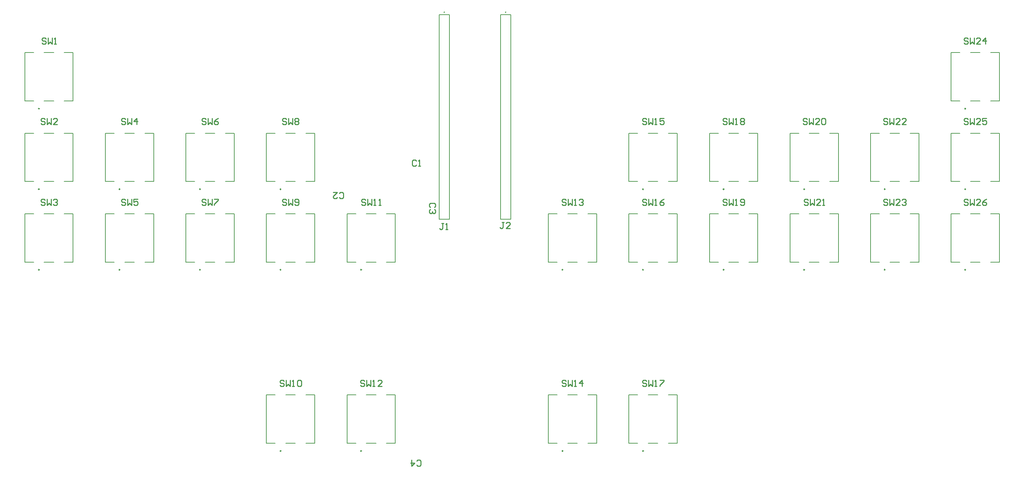
<source format=gbr>
G04*
G04 #@! TF.GenerationSoftware,Altium Limited,Altium Designer,23.10.1 (27)*
G04*
G04 Layer_Color=65535*
%FSLAX44Y44*%
%MOMM*%
G71*
G04*
G04 #@! TF.SameCoordinates,93BA021C-4F65-4C52-B2D2-680D5BDB3C73*
G04*
G04*
G04 #@! TF.FilePolarity,Positive*
G04*
G01*
G75*
%ADD10C,0.2500*%
%ADD11C,0.2000*%
%ADD12C,0.2540*%
D10*
X776250Y720999D02*
G03*
X776250Y720999I-1250J0D01*
G01*
X376250Y520999D02*
G03*
X376250Y520999I-1250J0D01*
G01*
X2476250Y521000D02*
G03*
X2476250Y521000I-1250J0D01*
G01*
X2276250Y721000D02*
G03*
X2276250Y721000I-1250J0D01*
G01*
X2476250D02*
G03*
X2476250Y721000I-1250J0D01*
G01*
Y921000D02*
G03*
X2476250Y921000I-1250J0D01*
G01*
X1876250Y721000D02*
G03*
X1876250Y721000I-1250J0D01*
G01*
X2076250D02*
G03*
X2076250Y721000I-1250J0D01*
G01*
X2276250Y521000D02*
G03*
X2276250Y521000I-1250J0D01*
G01*
X1676250Y721000D02*
G03*
X1676250Y721000I-1250J0D01*
G01*
X1476250Y521000D02*
G03*
X1476250Y521000I-1250J0D01*
G01*
X1676250D02*
G03*
X1676250Y521000I-1250J0D01*
G01*
X2076250D02*
G03*
X2076250Y521000I-1250J0D01*
G01*
X176250Y520999D02*
G03*
X176250Y520999I-1250J0D01*
G01*
Y720999D02*
G03*
X176250Y720999I-1250J0D01*
G01*
Y920999D02*
G03*
X176250Y920999I-1250J0D01*
G01*
X576250Y520999D02*
G03*
X576250Y520999I-1250J0D01*
G01*
X376250Y720999D02*
G03*
X376250Y720999I-1250J0D01*
G01*
X576250Y720999D02*
G03*
X576250Y720999I-1250J0D01*
G01*
X776250Y520999D02*
G03*
X776250Y520999I-1250J0D01*
G01*
Y70999D02*
G03*
X776250Y70999I-1250J0D01*
G01*
X976250Y520999D02*
G03*
X976250Y520999I-1250J0D01*
G01*
X1676250Y71000D02*
G03*
X1676250Y71000I-1250J0D01*
G01*
X1876250Y521000D02*
G03*
X1876250Y521000I-1250J0D01*
G01*
X1476250Y71000D02*
G03*
X1476250Y71000I-1250J0D01*
G01*
X976250Y70999D02*
G03*
X976250Y70999I-1250J0D01*
G01*
D11*
X1182560Y1160500D02*
G03*
X1182560Y1160500I-1000J0D01*
G01*
X1334760D02*
G03*
X1334760Y1160500I-1000J0D01*
G01*
X740000Y739999D02*
X762000D01*
X788000D02*
X812000D01*
X838000D02*
X860000D01*
Y859999D01*
X740000D02*
X762000D01*
X788000D02*
X812000D01*
X838000D02*
X860000D01*
X740000Y739999D02*
Y859999D01*
X340000Y539999D02*
X362000D01*
X388000D02*
X412000D01*
X438000D02*
X460000D01*
Y660000D01*
X340000D02*
X362000D01*
X388000D02*
X412000D01*
X438000D02*
X460000D01*
X340000Y539999D02*
Y660000D01*
X2440000Y540000D02*
X2462000D01*
X2488000D02*
X2512000D01*
X2538000D02*
X2560000D01*
Y660000D01*
X2440000D02*
X2462000D01*
X2488000D02*
X2512000D01*
X2538000D02*
X2560000D01*
X2440000Y540000D02*
Y660000D01*
X2240000Y740000D02*
X2262000D01*
X2288000D02*
X2312000D01*
X2338000D02*
X2360000D01*
Y860000D01*
X2240000D02*
X2262000D01*
X2288000D02*
X2312000D01*
X2338000D02*
X2360000D01*
X2240000Y740000D02*
Y860000D01*
X1168860Y1154000D02*
X1194260D01*
X1168860Y646000D02*
X1194260D01*
Y1154000D01*
X1168860Y646000D02*
Y1154000D01*
X2440000Y740000D02*
X2462000D01*
X2488000D02*
X2512000D01*
X2538000D02*
X2560000D01*
Y860000D01*
X2440000D02*
X2462000D01*
X2488000D02*
X2512000D01*
X2538000D02*
X2560000D01*
X2440000Y740000D02*
Y860000D01*
Y940000D02*
Y1060000D01*
X2538000D02*
X2560000D01*
X2488000D02*
X2512000D01*
X2440000D02*
X2462000D01*
X2560000Y940000D02*
Y1060000D01*
X2538000Y940000D02*
X2560000D01*
X2488000D02*
X2512000D01*
X2440000D02*
X2462000D01*
X1840000Y740000D02*
Y860000D01*
X1938000D02*
X1960000D01*
X1888000D02*
X1912000D01*
X1840000D02*
X1862000D01*
X1960000Y740000D02*
Y860000D01*
X1938000Y740000D02*
X1960000D01*
X1888000D02*
X1912000D01*
X1840000D02*
X1862000D01*
X2040000D02*
Y860000D01*
X2138000D02*
X2160000D01*
X2088000D02*
X2112000D01*
X2040000D02*
X2062000D01*
X2160000Y740000D02*
Y860000D01*
X2138000Y740000D02*
X2160000D01*
X2088000D02*
X2112000D01*
X2040000D02*
X2062000D01*
X2240000Y540000D02*
Y660000D01*
X2338000D02*
X2360000D01*
X2288000D02*
X2312000D01*
X2240000D02*
X2262000D01*
X2360000Y540000D02*
Y660000D01*
X2338000Y540000D02*
X2360000D01*
X2288000D02*
X2312000D01*
X2240000D02*
X2262000D01*
X1640000Y740000D02*
Y860000D01*
X1738000D02*
X1760000D01*
X1688000D02*
X1712000D01*
X1640000D02*
X1662000D01*
X1760000Y740000D02*
Y860000D01*
X1738000Y740000D02*
X1760000D01*
X1688000D02*
X1712000D01*
X1640000D02*
X1662000D01*
X1321060Y646000D02*
Y1154000D01*
X1346460Y646000D02*
Y1154000D01*
X1321060Y646000D02*
X1346460D01*
X1321060Y1154000D02*
X1346460D01*
X1440000Y540000D02*
Y660000D01*
X1538000D02*
X1560000D01*
X1488000D02*
X1512000D01*
X1440000D02*
X1462000D01*
X1560000Y540000D02*
Y660000D01*
X1538000Y540000D02*
X1560000D01*
X1488000D02*
X1512000D01*
X1440000D02*
X1462000D01*
X1640000D02*
Y660000D01*
X1738000D02*
X1760000D01*
X1688000D02*
X1712000D01*
X1640000D02*
X1662000D01*
X1760000Y540000D02*
Y660000D01*
X1738000Y540000D02*
X1760000D01*
X1688000D02*
X1712000D01*
X1640000D02*
X1662000D01*
X2040000D02*
Y660000D01*
X2138000D02*
X2160000D01*
X2088000D02*
X2112000D01*
X2040000D02*
X2062000D01*
X2160000Y540000D02*
Y660000D01*
X2138000Y540000D02*
X2160000D01*
X2088000D02*
X2112000D01*
X2040000D02*
X2062000D01*
X140000Y539999D02*
Y660000D01*
X238000D02*
X260000D01*
X188000D02*
X212000D01*
X140000D02*
X162000D01*
X260000Y539999D02*
Y660000D01*
X238000Y539999D02*
X260000D01*
X188000D02*
X212000D01*
X140000D02*
X162000D01*
X140000Y739999D02*
Y859999D01*
X238000D02*
X260000D01*
X188000D02*
X212000D01*
X140000D02*
X162000D01*
X260000Y739999D02*
Y859999D01*
X238000Y739999D02*
X260000D01*
X188000D02*
X212000D01*
X140000D02*
X162000D01*
X140000Y939999D02*
Y1059999D01*
X238000D02*
X260000D01*
X188000D02*
X212000D01*
X140000D02*
X162000D01*
X260000Y939999D02*
Y1059999D01*
X238000Y939999D02*
X260000D01*
X188000D02*
X212000D01*
X140000D02*
X162000D01*
X540000Y539999D02*
Y660000D01*
X638000D02*
X660000D01*
X588000D02*
X612000D01*
X540000D02*
X562000D01*
X660000Y539999D02*
Y660000D01*
X638000Y539999D02*
X660000D01*
X588000D02*
X612000D01*
X540000D02*
X562000D01*
X340000Y739999D02*
Y859999D01*
X438000D02*
X460000D01*
X388000D02*
X412000D01*
X340000D02*
X362000D01*
X460000Y739999D02*
Y859999D01*
X438000Y739999D02*
X460000D01*
X388000D02*
X412000D01*
X340000D02*
X362000D01*
X540000D02*
Y859999D01*
X638000D02*
X660000D01*
X588000D02*
X612000D01*
X540000D02*
X562000D01*
X660000Y739999D02*
Y859999D01*
X638000Y739999D02*
X660000D01*
X588000D02*
X612000D01*
X540000D02*
X562000D01*
X740000Y539999D02*
Y660000D01*
X838000D02*
X860000D01*
X788000D02*
X812000D01*
X740000D02*
X762000D01*
X860000Y539999D02*
Y660000D01*
X838000Y539999D02*
X860000D01*
X788000D02*
X812000D01*
X740000D02*
X762000D01*
X740000Y89999D02*
Y210000D01*
X838000D02*
X860000D01*
X788000D02*
X812000D01*
X740000D02*
X762000D01*
X860000Y89999D02*
Y210000D01*
X838000Y89999D02*
X860000D01*
X788000D02*
X812000D01*
X740000D02*
X762000D01*
X940000Y539999D02*
Y660000D01*
X1038000D02*
X1060000D01*
X988000D02*
X1012000D01*
X940000D02*
X962000D01*
X1060000Y539999D02*
Y660000D01*
X1038000Y539999D02*
X1060000D01*
X988000D02*
X1012000D01*
X940000D02*
X962000D01*
X1640000Y90000D02*
Y210000D01*
X1738000D02*
X1760000D01*
X1688000D02*
X1712000D01*
X1640000D02*
X1662000D01*
X1760000Y90000D02*
Y210000D01*
X1738000Y90000D02*
X1760000D01*
X1688000D02*
X1712000D01*
X1640000D02*
X1662000D01*
X1840000Y540000D02*
Y660000D01*
X1938000D02*
X1960000D01*
X1888000D02*
X1912000D01*
X1840000D02*
X1862000D01*
X1960000Y540000D02*
Y660000D01*
X1938000Y540000D02*
X1960000D01*
X1888000D02*
X1912000D01*
X1840000D02*
X1862000D01*
X1440000Y90000D02*
Y210000D01*
X1538000D02*
X1560000D01*
X1488000D02*
X1512000D01*
X1440000D02*
X1462000D01*
X1560000Y90000D02*
Y210000D01*
X1538000Y90000D02*
X1560000D01*
X1488000D02*
X1512000D01*
X1440000D02*
X1462000D01*
X940000Y89999D02*
Y210000D01*
X1038000D02*
X1060000D01*
X988000D02*
X1012000D01*
X940000D02*
X962000D01*
X1060000Y89999D02*
Y210000D01*
X1038000Y89999D02*
X1060000D01*
X988000D02*
X1012000D01*
X940000D02*
X962000D01*
D12*
X1483495Y694103D02*
X1480956Y696642D01*
X1475878D01*
X1473339Y694103D01*
Y691564D01*
X1475878Y689025D01*
X1480956D01*
X1483495Y686485D01*
Y683946D01*
X1480956Y681407D01*
X1475878D01*
X1473339Y683946D01*
X1488574Y696642D02*
Y681407D01*
X1493652Y686485D01*
X1498730Y681407D01*
Y696642D01*
X1503809Y681407D02*
X1508887D01*
X1506348D01*
Y696642D01*
X1503809Y694103D01*
X1516505D02*
X1519044Y696642D01*
X1524122D01*
X1526661Y694103D01*
Y691564D01*
X1524122Y689025D01*
X1521583D01*
X1524122D01*
X1526661Y686485D01*
Y683946D01*
X1524122Y681407D01*
X1519044D01*
X1516505Y683946D01*
X1683495Y694103D02*
X1680956Y696642D01*
X1675878D01*
X1673339Y694103D01*
Y691564D01*
X1675878Y689025D01*
X1680956D01*
X1683495Y686485D01*
Y683946D01*
X1680956Y681407D01*
X1675878D01*
X1673339Y683946D01*
X1688574Y696642D02*
Y681407D01*
X1693652Y686485D01*
X1698730Y681407D01*
Y696642D01*
X1703809Y681407D02*
X1708887D01*
X1706348D01*
Y696642D01*
X1703809Y694103D01*
X1726661Y696642D02*
X1721583Y694103D01*
X1716505Y689025D01*
Y683946D01*
X1719044Y681407D01*
X1724122D01*
X1726661Y683946D01*
Y686485D01*
X1724122Y689025D01*
X1716505D01*
X921020Y700841D02*
X923559Y698302D01*
X928638D01*
X931177Y700841D01*
Y710998D01*
X928638Y713537D01*
X923559D01*
X921020Y710998D01*
X905785Y713537D02*
X915942D01*
X905785Y703380D01*
Y700841D01*
X908324Y698302D01*
X913403D01*
X915942Y700841D01*
X1111980Y791159D02*
X1109441Y793698D01*
X1104362D01*
X1101823Y791159D01*
Y781002D01*
X1104362Y778463D01*
X1109441D01*
X1111980Y781002D01*
X1117058Y778463D02*
X1122136D01*
X1119597D01*
Y793698D01*
X1117058Y791159D01*
X1329691Y638807D02*
X1324612D01*
X1327152D01*
Y626112D01*
X1324612Y623573D01*
X1322073D01*
X1319534Y626112D01*
X1344926Y623573D02*
X1334769D01*
X1344926Y633729D01*
Y636268D01*
X1342387Y638807D01*
X1337308D01*
X1334769Y636268D01*
X1179830Y636268D02*
X1174752D01*
X1177291D01*
Y623572D01*
X1174752Y621032D01*
X1172213D01*
X1169673Y623572D01*
X1184908Y621032D02*
X1189987D01*
X1187448D01*
Y636268D01*
X1184908Y633728D01*
X2482226Y1094103D02*
X2479687Y1096642D01*
X2474608D01*
X2472069Y1094103D01*
Y1091564D01*
X2474608Y1089025D01*
X2479687D01*
X2482226Y1086485D01*
Y1083946D01*
X2479687Y1081407D01*
X2474608D01*
X2472069Y1083946D01*
X2487304Y1096642D02*
Y1081407D01*
X2492383Y1086485D01*
X2497461Y1081407D01*
Y1096642D01*
X2512696Y1081407D02*
X2502539D01*
X2512696Y1091564D01*
Y1094103D01*
X2510157Y1096642D01*
X2505078D01*
X2502539Y1094103D01*
X2525392Y1081407D02*
Y1096642D01*
X2517774Y1089025D01*
X2527931D01*
X192383Y1094102D02*
X189843Y1096641D01*
X184765D01*
X182226Y1094102D01*
Y1091563D01*
X184765Y1089024D01*
X189843D01*
X192383Y1086485D01*
Y1083946D01*
X189843Y1081406D01*
X184765D01*
X182226Y1083946D01*
X197461Y1096641D02*
Y1081406D01*
X202539Y1086485D01*
X207618Y1081406D01*
Y1096641D01*
X212696Y1081406D02*
X217774D01*
X215235D01*
Y1096641D01*
X212696Y1094102D01*
X1683495Y894103D02*
X1680956Y896642D01*
X1675878D01*
X1673339Y894103D01*
Y891564D01*
X1675878Y889025D01*
X1680956D01*
X1683495Y886485D01*
Y883946D01*
X1680956Y881407D01*
X1675878D01*
X1673339Y883946D01*
X1688574Y896642D02*
Y881407D01*
X1693652Y886485D01*
X1698730Y881407D01*
Y896642D01*
X1703809Y881407D02*
X1708887D01*
X1706348D01*
Y896642D01*
X1703809Y894103D01*
X1726661Y896642D02*
X1716505D01*
Y889025D01*
X1721583Y891564D01*
X1724122D01*
X1726661Y889025D01*
Y883946D01*
X1724122Y881407D01*
X1719044D01*
X1716505Y883946D01*
X1883495Y894103D02*
X1880956Y896642D01*
X1875878D01*
X1873339Y894103D01*
Y891564D01*
X1875878Y889025D01*
X1880956D01*
X1883495Y886485D01*
Y883946D01*
X1880956Y881407D01*
X1875878D01*
X1873339Y883946D01*
X1888574Y896642D02*
Y881407D01*
X1893652Y886485D01*
X1898730Y881407D01*
Y896642D01*
X1903809Y881407D02*
X1908887D01*
X1906348D01*
Y896642D01*
X1903809Y894103D01*
X1916505D02*
X1919044Y896642D01*
X1924122D01*
X1926661Y894103D01*
Y891564D01*
X1924122Y889025D01*
X1926661Y886485D01*
Y883946D01*
X1924122Y881407D01*
X1919044D01*
X1916505Y883946D01*
Y886485D01*
X1919044Y889025D01*
X1916505Y891564D01*
Y894103D01*
X1919044Y889025D02*
X1924122D01*
X2082226Y894103D02*
X2079687Y896642D01*
X2074608D01*
X2072069Y894103D01*
Y891564D01*
X2074608Y889025D01*
X2079687D01*
X2082226Y886485D01*
Y883946D01*
X2079687Y881407D01*
X2074608D01*
X2072069Y883946D01*
X2087304Y896642D02*
Y881407D01*
X2092383Y886485D01*
X2097461Y881407D01*
Y896642D01*
X2112696Y881407D02*
X2102539D01*
X2112696Y891564D01*
Y894103D01*
X2110157Y896642D01*
X2105078D01*
X2102539Y894103D01*
X2117774D02*
X2120313Y896642D01*
X2125392D01*
X2127931Y894103D01*
Y883946D01*
X2125392Y881407D01*
X2120313D01*
X2117774Y883946D01*
Y894103D01*
X2482226D02*
X2479687Y896642D01*
X2474608D01*
X2472069Y894103D01*
Y891564D01*
X2474608Y889025D01*
X2479687D01*
X2482226Y886485D01*
Y883946D01*
X2479687Y881407D01*
X2474608D01*
X2472069Y883946D01*
X2487304Y896642D02*
Y881407D01*
X2492383Y886485D01*
X2497461Y881407D01*
Y896642D01*
X2512696Y881407D02*
X2502539D01*
X2512696Y891564D01*
Y894103D01*
X2510157Y896642D01*
X2505078D01*
X2502539Y894103D01*
X2527931Y896642D02*
X2517774D01*
Y889025D01*
X2522853Y891564D01*
X2525392D01*
X2527931Y889025D01*
Y883946D01*
X2525392Y881407D01*
X2520314D01*
X2517774Y883946D01*
X189843Y894102D02*
X187304Y896641D01*
X182226D01*
X179687Y894102D01*
Y891563D01*
X182226Y889024D01*
X187304D01*
X189843Y886485D01*
Y883946D01*
X187304Y881406D01*
X182226D01*
X179687Y883946D01*
X194922Y896641D02*
Y881406D01*
X200000Y886485D01*
X205078Y881406D01*
Y896641D01*
X220313Y881406D02*
X210157D01*
X220313Y891563D01*
Y894102D01*
X217774Y896641D01*
X212696D01*
X210157Y894102D01*
X389843D02*
X387304Y896641D01*
X382226D01*
X379687Y894102D01*
Y891563D01*
X382226Y889024D01*
X387304D01*
X389843Y886485D01*
Y883946D01*
X387304Y881406D01*
X382226D01*
X379687Y883946D01*
X394922Y896641D02*
Y881406D01*
X400000Y886485D01*
X405078Y881406D01*
Y896641D01*
X417774Y881406D02*
Y896641D01*
X410157Y889024D01*
X420313D01*
X589843Y894102D02*
X587304Y896641D01*
X582226D01*
X579687Y894102D01*
Y891563D01*
X582226Y889024D01*
X587304D01*
X589843Y886485D01*
Y883946D01*
X587304Y881406D01*
X582226D01*
X579687Y883946D01*
X594922Y896641D02*
Y881406D01*
X600000Y886485D01*
X605078Y881406D01*
Y896641D01*
X620313D02*
X615235Y894102D01*
X610157Y889024D01*
Y883946D01*
X612696Y881406D01*
X617774D01*
X620313Y883946D01*
Y886485D01*
X617774Y889024D01*
X610157D01*
X789843Y894102D02*
X787304Y896641D01*
X782226D01*
X779687Y894102D01*
Y891563D01*
X782226Y889024D01*
X787304D01*
X789843Y886485D01*
Y883945D01*
X787304Y881406D01*
X782226D01*
X779687Y883945D01*
X794922Y896641D02*
Y881406D01*
X800000Y886485D01*
X805078Y881406D01*
Y896641D01*
X810157Y894102D02*
X812696Y896641D01*
X817774D01*
X820313Y894102D01*
Y891563D01*
X817774Y889024D01*
X820313Y886485D01*
Y883945D01*
X817774Y881406D01*
X812696D01*
X810157Y883945D01*
Y886485D01*
X812696Y889024D01*
X810157Y891563D01*
Y894102D01*
X812696Y889024D02*
X817774D01*
X2282226Y894103D02*
X2279687Y896642D01*
X2274608D01*
X2272069Y894103D01*
Y891564D01*
X2274608Y889025D01*
X2279687D01*
X2282226Y886485D01*
Y883946D01*
X2279687Y881407D01*
X2274608D01*
X2272069Y883946D01*
X2287304Y896642D02*
Y881407D01*
X2292383Y886485D01*
X2297461Y881407D01*
Y896642D01*
X2312696Y881407D02*
X2302539D01*
X2312696Y891564D01*
Y894103D01*
X2310157Y896642D01*
X2305078D01*
X2302539Y894103D01*
X2327931Y881407D02*
X2317774D01*
X2327931Y891564D01*
Y894103D01*
X2325392Y896642D01*
X2320313D01*
X2317774Y894103D01*
X986035Y694102D02*
X983495Y696641D01*
X978417D01*
X975878Y694102D01*
Y691563D01*
X978417Y689024D01*
X983495D01*
X986035Y686485D01*
Y683946D01*
X983495Y681406D01*
X978417D01*
X975878Y683946D01*
X991113Y696641D02*
Y681406D01*
X996191Y686485D01*
X1001270Y681406D01*
Y696641D01*
X1006348Y681406D02*
X1011426D01*
X1008887D01*
Y696641D01*
X1006348Y694102D01*
X1019044Y681406D02*
X1024122D01*
X1021583D01*
Y696641D01*
X1019044Y694102D01*
X1883495Y694103D02*
X1880956Y696642D01*
X1875878D01*
X1873339Y694103D01*
Y691564D01*
X1875878Y689025D01*
X1880956D01*
X1883495Y686485D01*
Y683946D01*
X1880956Y681407D01*
X1875878D01*
X1873339Y683946D01*
X1888574Y696642D02*
Y681407D01*
X1893652Y686485D01*
X1898730Y681407D01*
Y696642D01*
X1903809Y681407D02*
X1908887D01*
X1906348D01*
Y696642D01*
X1903809Y694103D01*
X1916505Y683946D02*
X1919044Y681407D01*
X1924122D01*
X1926661Y683946D01*
Y694103D01*
X1924122Y696642D01*
X1919044D01*
X1916505Y694103D01*
Y691564D01*
X1919044Y689025D01*
X1926661D01*
X2084765Y694103D02*
X2082226Y696642D01*
X2077147D01*
X2074608Y694103D01*
Y691564D01*
X2077147Y689025D01*
X2082226D01*
X2084765Y686485D01*
Y683946D01*
X2082226Y681407D01*
X2077147D01*
X2074608Y683946D01*
X2089843Y696642D02*
Y681407D01*
X2094922Y686485D01*
X2100000Y681407D01*
Y696642D01*
X2115235Y681407D02*
X2105078D01*
X2115235Y691564D01*
Y694103D01*
X2112696Y696642D01*
X2107618D01*
X2105078Y694103D01*
X2120313Y681407D02*
X2125392D01*
X2122853D01*
Y696642D01*
X2120313Y694103D01*
X2482226D02*
X2479687Y696642D01*
X2474608D01*
X2472069Y694103D01*
Y691564D01*
X2474608Y689025D01*
X2479687D01*
X2482226Y686485D01*
Y683946D01*
X2479687Y681407D01*
X2474608D01*
X2472069Y683946D01*
X2487304Y696642D02*
Y681407D01*
X2492383Y686485D01*
X2497461Y681407D01*
Y696642D01*
X2512696Y681407D02*
X2502539D01*
X2512696Y691564D01*
Y694103D01*
X2510157Y696642D01*
X2505078D01*
X2502539Y694103D01*
X2527931Y696642D02*
X2522853Y694103D01*
X2517774Y689025D01*
Y683946D01*
X2520314Y681407D01*
X2525392D01*
X2527931Y683946D01*
Y686485D01*
X2525392Y689025D01*
X2517774D01*
X189843Y694102D02*
X187304Y696641D01*
X182226D01*
X179687Y694102D01*
Y691563D01*
X182226Y689024D01*
X187304D01*
X189843Y686485D01*
Y683946D01*
X187304Y681406D01*
X182226D01*
X179687Y683946D01*
X194922Y696641D02*
Y681406D01*
X200000Y686485D01*
X205078Y681406D01*
Y696641D01*
X210157Y694102D02*
X212696Y696641D01*
X217774D01*
X220313Y694102D01*
Y691563D01*
X217774Y689024D01*
X215235D01*
X217774D01*
X220313Y686485D01*
Y683946D01*
X217774Y681406D01*
X212696D01*
X210157Y683946D01*
X589843Y694102D02*
X587304Y696641D01*
X582226D01*
X579687Y694102D01*
Y691563D01*
X582226Y689024D01*
X587304D01*
X589843Y686485D01*
Y683945D01*
X587304Y681406D01*
X582226D01*
X579687Y683945D01*
X594922Y696641D02*
Y681406D01*
X600000Y686485D01*
X605078Y681406D01*
Y696641D01*
X610157D02*
X620313D01*
Y694102D01*
X610157Y683945D01*
Y681406D01*
X789843Y694102D02*
X787304Y696641D01*
X782226D01*
X779687Y694102D01*
Y691563D01*
X782226Y689024D01*
X787304D01*
X789843Y686485D01*
Y683945D01*
X787304Y681406D01*
X782226D01*
X779687Y683945D01*
X794922Y696641D02*
Y681406D01*
X800000Y686485D01*
X805078Y681406D01*
Y696641D01*
X810157Y683945D02*
X812696Y681406D01*
X817774D01*
X820313Y683945D01*
Y694102D01*
X817774Y696641D01*
X812696D01*
X810157Y694102D01*
Y691563D01*
X812696Y689024D01*
X820313D01*
X2282226Y694103D02*
X2279687Y696642D01*
X2274608D01*
X2272069Y694103D01*
Y691564D01*
X2274608Y689025D01*
X2279687D01*
X2282226Y686485D01*
Y683946D01*
X2279687Y681407D01*
X2274608D01*
X2272069Y683946D01*
X2287304Y696642D02*
Y681407D01*
X2292383Y686485D01*
X2297461Y681407D01*
Y696642D01*
X2312696Y681407D02*
X2302539D01*
X2312696Y691564D01*
Y694103D01*
X2310157Y696642D01*
X2305078D01*
X2302539Y694103D01*
X2317774D02*
X2320313Y696642D01*
X2325392D01*
X2327931Y694103D01*
Y691564D01*
X2325392Y689025D01*
X2322853D01*
X2325392D01*
X2327931Y686485D01*
Y683946D01*
X2325392Y681407D01*
X2320313D01*
X2317774Y683946D01*
X389843Y694102D02*
X387304Y696641D01*
X382226D01*
X379687Y694102D01*
Y691563D01*
X382226Y689024D01*
X387304D01*
X389843Y686485D01*
Y683945D01*
X387304Y681406D01*
X382226D01*
X379687Y683945D01*
X394922Y696641D02*
Y681406D01*
X400000Y686485D01*
X405078Y681406D01*
Y696641D01*
X420313D02*
X410157D01*
Y689024D01*
X415235Y691563D01*
X417774D01*
X420313Y689024D01*
Y683945D01*
X417774Y681406D01*
X412696D01*
X410157Y683945D01*
X983495Y244102D02*
X980956Y246642D01*
X975878D01*
X973339Y244102D01*
Y241563D01*
X975878Y239024D01*
X980956D01*
X983495Y236485D01*
Y233946D01*
X980956Y231406D01*
X975878D01*
X973339Y233946D01*
X988574Y246642D02*
Y231406D01*
X993652Y236485D01*
X998730Y231406D01*
Y246642D01*
X1003809Y231406D02*
X1008887D01*
X1006348D01*
Y246642D01*
X1003809Y244102D01*
X1026661Y231406D02*
X1016505D01*
X1026661Y241563D01*
Y244102D01*
X1024122Y246642D01*
X1019044D01*
X1016505Y244102D01*
X1483495Y244103D02*
X1480956Y246642D01*
X1475878D01*
X1473339Y244103D01*
Y241564D01*
X1475878Y239025D01*
X1480956D01*
X1483495Y236485D01*
Y233946D01*
X1480956Y231407D01*
X1475878D01*
X1473339Y233946D01*
X1488574Y246642D02*
Y231407D01*
X1493652Y236485D01*
X1498730Y231407D01*
Y246642D01*
X1503809Y231407D02*
X1508887D01*
X1506348D01*
Y246642D01*
X1503809Y244103D01*
X1524122Y231407D02*
Y246642D01*
X1516505Y239025D01*
X1526661D01*
X1683495Y244103D02*
X1680956Y246642D01*
X1675878D01*
X1673339Y244103D01*
Y241564D01*
X1675878Y239025D01*
X1680956D01*
X1683495Y236485D01*
Y233946D01*
X1680956Y231407D01*
X1675878D01*
X1673339Y233946D01*
X1688574Y246642D02*
Y231407D01*
X1693652Y236485D01*
X1698730Y231407D01*
Y246642D01*
X1703809Y231407D02*
X1708887D01*
X1706348D01*
Y246642D01*
X1703809Y244103D01*
X1716505Y246642D02*
X1726661D01*
Y244103D01*
X1716505Y233946D01*
Y231407D01*
X783495Y244102D02*
X780956Y246642D01*
X775878D01*
X773339Y244102D01*
Y241563D01*
X775878Y239024D01*
X780956D01*
X783495Y236485D01*
Y233946D01*
X780956Y231406D01*
X775878D01*
X773339Y233946D01*
X788574Y246642D02*
Y231406D01*
X793652Y236485D01*
X798730Y231406D01*
Y246642D01*
X803809Y231406D02*
X808887D01*
X806348D01*
Y246642D01*
X803809Y244102D01*
X816505D02*
X819044Y246642D01*
X824122D01*
X826661Y244102D01*
Y233946D01*
X824122Y231406D01*
X819044D01*
X816505Y233946D01*
Y244102D01*
X1113020Y35841D02*
X1115559Y33302D01*
X1120638D01*
X1123177Y35841D01*
Y45998D01*
X1120638Y48537D01*
X1115559D01*
X1113020Y45998D01*
X1100324Y48537D02*
Y33302D01*
X1107942Y40919D01*
X1097785D01*
X1157159Y676020D02*
X1159698Y678559D01*
Y683638D01*
X1157159Y686177D01*
X1147002D01*
X1144463Y683638D01*
Y678559D01*
X1147002Y676020D01*
X1157159Y670942D02*
X1159698Y668403D01*
Y663324D01*
X1157159Y660785D01*
X1154620D01*
X1152081Y663324D01*
Y665864D01*
Y663324D01*
X1149541Y660785D01*
X1147002D01*
X1144463Y663324D01*
Y668403D01*
X1147002Y670942D01*
M02*

</source>
